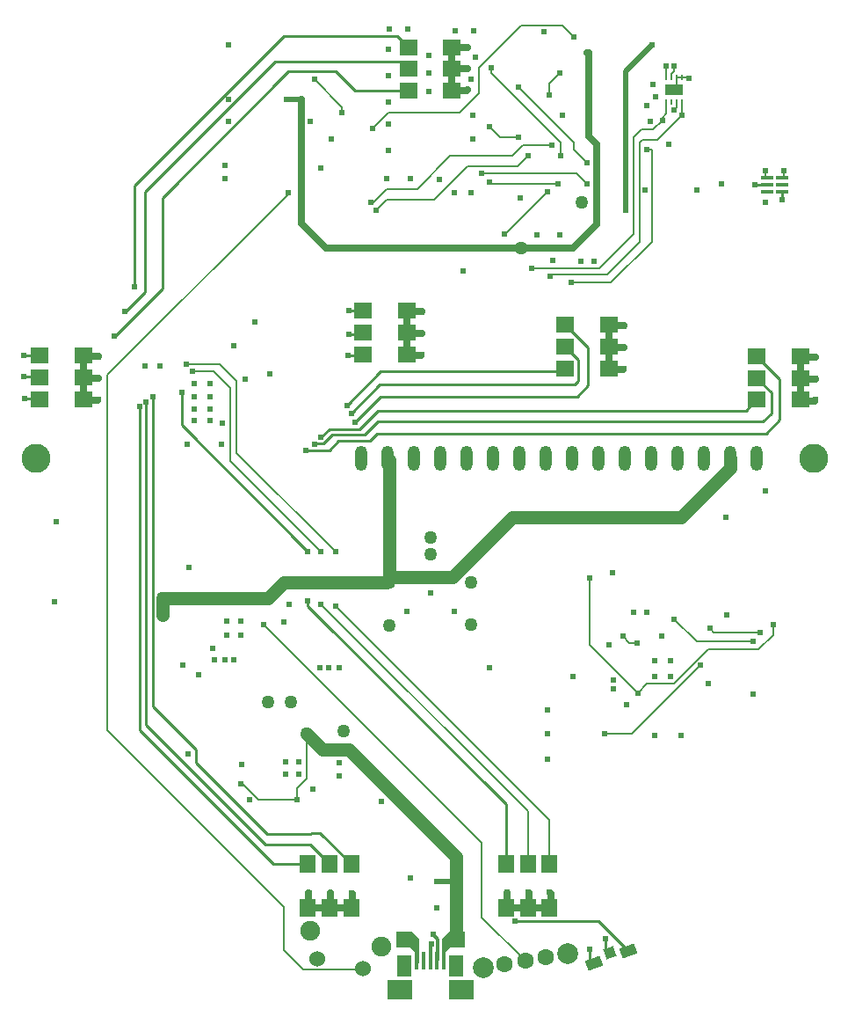
<source format=gbl>
G04 Layer_Physical_Order=4*
G04 Layer_Color=16711680*
%FSLAX24Y24*%
%MOIN*%
G70*
G01*
G75*
%ADD11C,0.0600*%
%ADD51C,0.0100*%
%ADD52C,0.0250*%
%ADD53C,0.0200*%
%ADD55C,0.0060*%
%ADD56C,0.0120*%
%ADD57C,0.0080*%
%ADD58C,0.0098*%
%ADD60C,0.1102*%
%ADD61O,0.0473X0.0945*%
%ADD62C,0.0750*%
%ADD63C,0.0787*%
%ADD64C,0.0630*%
%ADD65C,0.0240*%
%ADD66C,0.0500*%
%ADD82R,0.0630X0.0669*%
%ADD83R,0.0177X0.0669*%
%ADD84R,0.0935X0.0748*%
%ADD85R,0.0581X0.0827*%
G04:AMPARAMS|DCode=86|XSize=39.4mil|YSize=59.1mil|CornerRadius=0mil|HoleSize=0mil|Usage=FLASHONLY|Rotation=290.000|XOffset=0mil|YOffset=0mil|HoleType=Round|Shape=Rectangle|*
%AMROTATEDRECTD86*
4,1,4,-0.0345,0.0084,0.0210,0.0286,0.0345,-0.0084,-0.0210,-0.0286,-0.0345,0.0084,0.0*
%
%ADD86ROTATEDRECTD86*%

%ADD87P,0.0557X4X335.0*%
%ADD88R,0.0472X0.0138*%
G04:AMPARAMS|DCode=89|XSize=47.2mil|YSize=13.8mil|CornerRadius=3.4mil|HoleSize=0mil|Usage=FLASHONLY|Rotation=180.000|XOffset=0mil|YOffset=0mil|HoleType=Round|Shape=RoundedRectangle|*
%AMROUNDEDRECTD89*
21,1,0.0472,0.0069,0,0,180.0*
21,1,0.0404,0.0138,0,0,180.0*
1,1,0.0069,-0.0202,0.0034*
1,1,0.0069,0.0202,0.0034*
1,1,0.0069,0.0202,-0.0034*
1,1,0.0069,-0.0202,-0.0034*
%
%ADD89ROUNDEDRECTD89*%
%ADD90R,0.0669X0.0394*%
%ADD91R,0.0098X0.0216*%
%ADD92R,0.0669X0.0630*%
%ADD93C,0.0500*%
G36*
X32050Y10910D02*
X32040Y10900D01*
X31520D01*
X31340Y10720D01*
Y10300D01*
X31180D01*
Y11230D01*
X31450Y11500D01*
X32050D01*
Y10910D01*
D02*
G37*
G36*
X30320Y11240D02*
Y10310D01*
X30160D01*
Y10730D01*
X29980Y10910D01*
X29460D01*
X29450Y10920D01*
Y11510D01*
X30050D01*
X30320Y11240D01*
D02*
G37*
D11*
X28199Y10089D02*
D03*
X26466Y10457D02*
D03*
D51*
X43050Y39800D02*
X43509D01*
X43050Y39800D02*
X43050Y39800D01*
X44100Y39250D02*
Y39544D01*
X40530Y43870D02*
X40550Y43850D01*
X39700Y44300D02*
X39703Y44297D01*
X36800Y10461D02*
Y10850D01*
Y10461D02*
X36963Y10298D01*
X37400Y10850D02*
Y11250D01*
Y10850D02*
X37550Y10700D01*
X15310Y33320D02*
X15909D01*
X15925Y33337D01*
X15340Y32540D02*
X15895D01*
X15925Y32510D01*
X15350Y31690D02*
X15918D01*
X15925Y31683D01*
X27640Y33350D02*
X28163D01*
X28196Y33383D01*
X27670Y34150D02*
X28136D01*
X28196Y34210D01*
X27650Y35040D02*
X28193D01*
X28196Y35037D01*
X35862Y33678D02*
X36360Y33180D01*
X35862Y34504D02*
X36730Y33637D01*
X43690Y31140D02*
Y31920D01*
X43130Y32480D02*
X43690Y31920D01*
X27590Y31450D02*
X28860Y32720D01*
X35731D01*
X35862Y32851D01*
X27750Y31140D02*
X28840Y32230D01*
X36360Y32370D02*
Y33180D01*
X28840Y32230D02*
X36220D01*
X36360Y32370D01*
X27880Y30810D02*
X28850Y31780D01*
X36320D01*
X36730Y32190D01*
Y33637D01*
X28770Y31250D02*
X42726D01*
X43130Y31654D01*
X28760Y30820D02*
X43370D01*
X43690Y31140D01*
X26920Y30550D02*
X28070D01*
X28770Y31250D01*
X26350Y30000D02*
X26695D01*
X43480Y30370D02*
X44000Y30890D01*
Y32437D01*
X43130Y33307D02*
X44000Y32437D01*
X26695Y30000D02*
X27015Y30320D01*
X28260D01*
X28760Y30820D01*
X26920Y29750D02*
X27270Y30100D01*
X28470D01*
X28740Y30370D01*
X43480D01*
X29490Y45440D02*
X29915Y45015D01*
X25177Y45440D02*
X29490D01*
X19510Y39773D02*
X25177Y45440D01*
X19510Y35940D02*
Y39773D01*
Y35940D02*
X19530Y35920D01*
X19180Y34990D02*
X19930Y35740D01*
X19170Y34990D02*
X19180D01*
X19930Y39543D02*
X24847Y44460D01*
X29643D01*
X29915Y44189D01*
X19930Y35740D02*
Y39543D01*
X27878Y43362D02*
X29915D01*
X27150Y44090D02*
X27878Y43362D01*
X25370Y44090D02*
X27150D01*
X20580Y39300D02*
X25370Y44090D01*
X20580Y35860D02*
Y39300D01*
X18780Y34060D02*
X20580Y35860D01*
X18770Y34060D02*
X18780D01*
X18760Y34070D02*
X18770Y34060D01*
X33950Y11900D02*
X37127D01*
X38258Y10769D01*
X26600Y30230D02*
X26920Y30550D01*
X26020Y29750D02*
X26920D01*
D52*
X29750Y37400D02*
X34200D01*
X26800D02*
X29750D01*
X36750Y42800D02*
Y44800D01*
X25850Y38350D02*
Y39050D01*
Y43050D01*
X36700Y44800D02*
X36750D01*
X37050Y39600D02*
Y41350D01*
X36750Y41650D02*
X37050Y41350D01*
X36750Y41650D02*
Y42800D01*
X36150Y37400D02*
X37050Y38300D01*
Y39600D01*
X25850Y38350D02*
X26800Y37400D01*
X31568Y43362D02*
X32112D01*
X32150Y43400D01*
X31568Y43362D02*
Y44189D01*
Y45015D01*
X32135D01*
X32150Y45000D01*
X31568Y44189D02*
X32139D01*
X32150Y44200D01*
X29850Y34172D02*
X30420D01*
X29850Y34999D02*
X30417D01*
X29850Y34172D02*
Y34999D01*
Y33345D02*
Y34172D01*
Y33345D02*
X30394D01*
X17579Y32472D02*
X18149D01*
X17579Y33298D02*
X18145D01*
X17579Y32472D02*
Y33298D01*
Y31645D02*
Y32472D01*
Y31645D02*
X18122D01*
X37516Y33640D02*
X38086D01*
X37516Y34466D02*
X38082D01*
X37516Y33640D02*
Y34466D01*
Y32813D02*
Y33640D01*
Y32813D02*
X38060D01*
X44783Y32442D02*
X45354D01*
X44783Y33269D02*
X45350D01*
X44783Y32442D02*
Y33269D01*
Y31615D02*
Y32442D01*
Y31615D02*
X45327D01*
X26962Y12399D02*
Y12970D01*
X26135Y12399D02*
Y12966D01*
Y12399D02*
X26962D01*
X27789D01*
Y12943D01*
X34480Y12405D02*
Y12975D01*
X33653Y12405D02*
Y12971D01*
Y12405D02*
X34480D01*
X35307D01*
Y12948D01*
X34200Y37400D02*
X36150D01*
D53*
X25300Y43050D02*
X25850D01*
X31000Y13400D02*
X31880D01*
X38150Y38850D02*
Y44100D01*
X39150Y45100D01*
D55*
X28600Y39150D02*
X29100Y39650D01*
X28500Y39150D02*
X28600D01*
X28650Y38900D02*
X28750D01*
X29100Y39250D01*
X30900D01*
X38050Y22700D02*
X38300Y22450D01*
X38600D01*
X33000Y39850D02*
X35600D01*
X34187Y45850D02*
X35750D01*
X32579Y44242D02*
X34187Y45850D01*
X32579Y43268D02*
Y44242D01*
X31861Y42550D02*
X32579Y43268D01*
X29150Y42550D02*
X31861D01*
X33050Y44050D02*
X35700Y41400D01*
X33050Y44050D02*
Y44250D01*
X33850Y40900D02*
X34250Y41300D01*
X35350D01*
X33000Y42000D02*
X33400Y41600D01*
X34100D01*
X35700Y40900D02*
Y41400D01*
X34100Y43500D02*
X36200Y41400D01*
X35250Y43200D02*
Y43650D01*
X35650Y44050D01*
X28550Y41950D02*
X29150Y42550D01*
X35750Y45850D02*
X36200Y45400D01*
X26350Y43800D02*
X27400Y42750D01*
Y42550D02*
Y42750D01*
X34050Y40500D02*
X34450Y40900D01*
X33000Y39850D02*
Y39900D01*
X32700Y40250D02*
X36300D01*
X36200Y41150D02*
Y41400D01*
Y41150D02*
X36700Y40650D01*
X36300Y40250D02*
X36700Y39850D01*
X40294Y42945D02*
X40300Y42938D01*
X43450Y40115D02*
Y40350D01*
Y40115D02*
X43509Y40056D01*
X44150Y40106D02*
Y40350D01*
X44100Y40056D02*
X44150Y40106D01*
X39703Y42503D02*
Y42945D01*
X39550Y42350D02*
X39703Y42503D01*
X39550Y42250D02*
Y42350D01*
X40300Y42450D02*
Y42938D01*
X40000Y42650D02*
X40097Y42747D01*
Y42945D01*
Y43870D02*
X40294D01*
X40530D01*
X39900D02*
Y44000D01*
X39703Y43870D02*
Y44297D01*
X41500Y22850D02*
X43250D01*
X41350Y23000D02*
X41500Y22850D01*
X40000Y23350D02*
X40850Y22500D01*
X43000D01*
X33600Y37950D02*
X35200Y39550D01*
X33550Y37950D02*
X33600D01*
X36100Y36100D02*
X37600D01*
X35300Y36350D02*
X35350Y36400D01*
X37450D01*
X38800Y41500D02*
X39350D01*
X40300Y42450D01*
X34600Y36650D02*
X37150D01*
X38750Y41900D02*
X39200D01*
X39550Y42250D01*
X36800Y22374D02*
X38624Y20551D01*
X36800Y22374D02*
Y24900D01*
X43750Y22750D02*
Y23150D01*
X38624Y20551D02*
X38973Y20900D01*
X43200Y22200D02*
X43750Y22750D01*
X38973Y20900D02*
X40000D01*
X41300Y22200D02*
X43200D01*
X40000Y20900D02*
X41300Y22200D01*
X38400Y19000D02*
X41000Y21600D01*
X37350Y19000D02*
X38400D01*
X28199Y10067D02*
Y10089D01*
X18500Y32600D02*
X25350Y39450D01*
Y39500D01*
X25933Y10067D02*
X28199D01*
X18500Y19150D02*
Y32600D01*
X37600Y36100D02*
X39150Y37650D01*
X38950Y41150D02*
X39150D01*
X37450Y36400D02*
X38700Y37650D01*
X37150Y36650D02*
X38450Y37950D01*
Y41600D01*
X38750Y41900D01*
X31500Y40900D02*
X33850D01*
X29100Y39650D02*
X30250D01*
X31500Y40900D01*
X30900Y39250D02*
X32150Y40500D01*
X34050D01*
X38700Y37650D02*
Y39503D01*
X38690Y39513D02*
X38700Y39503D01*
X38690Y39513D02*
Y41390D01*
X38800Y41500D01*
X40097Y43506D02*
Y43870D01*
X39998Y43407D02*
X40097Y43506D01*
X39900Y44000D02*
X40000Y44100D01*
Y44300D01*
X39150Y37650D02*
Y41150D01*
X25200Y10800D02*
X25933Y10067D01*
X25200Y10800D02*
Y12450D01*
X18500Y19150D02*
X25200Y12450D01*
D56*
X30750Y10402D02*
Y11000D01*
X31006Y10402D02*
X31040Y10437D01*
Y11210D01*
X30750Y11000D02*
X30800Y11050D01*
X30850Y11400D02*
X31040Y11210D01*
D57*
X26050Y17300D02*
Y19000D01*
X25700Y16950D02*
X26050Y17300D01*
X25700Y16500D02*
Y16950D01*
X24211Y16500D02*
X25700D01*
X23611Y17100D02*
X24211Y16500D01*
X23550Y17100D02*
X23611D01*
X21790Y33000D02*
X21800Y32990D01*
X21790Y33000D02*
X22760D01*
X21500Y32990D02*
X21800D01*
X32700Y12050D02*
X34350Y10400D01*
X32700Y12050D02*
Y14860D01*
X24430Y23130D02*
X32700Y14860D01*
X21740Y32720D02*
X22540D01*
X26600Y23900D02*
X34442Y16058D01*
Y14058D02*
Y16058D01*
X27150Y23850D02*
X35269Y15731D01*
Y14058D02*
Y15731D01*
X23400Y29650D02*
X27150Y25900D01*
X23400Y29650D02*
Y32360D01*
X22760Y33000D02*
X23400Y32360D01*
X23150Y29350D02*
X26600Y25900D01*
X23150Y29350D02*
Y32110D01*
X22540Y32720D02*
X23150Y32110D01*
D58*
X20210Y20040D02*
Y31770D01*
Y20040D02*
X21850Y18400D01*
Y17900D02*
Y18400D01*
Y17900D02*
X24550Y15200D01*
X26200D01*
X26250Y15250D01*
X26553D01*
X27750Y14053D01*
X19970Y19330D02*
X24500Y14800D01*
X26176D01*
X26924Y14053D01*
X19710Y19130D02*
X24787Y14053D01*
X19710Y19130D02*
Y31400D01*
X21311Y31931D02*
X21330Y31950D01*
X26100Y23850D02*
Y24050D01*
Y23850D02*
X33615Y16335D01*
Y14058D02*
Y16335D01*
X21311Y30689D02*
X26100Y25900D01*
X21311Y30689D02*
Y31931D01*
X24787Y14053D02*
X26097D01*
X26924D02*
X26970Y14099D01*
X19970Y19330D02*
Y31570D01*
D60*
X15786Y29451D02*
D03*
X45283D02*
D03*
D61*
X28133D02*
D03*
X29133D02*
D03*
X30133D02*
D03*
X31133D02*
D03*
X32133D02*
D03*
X33133D02*
D03*
X34133D02*
D03*
X35133D02*
D03*
X36133D02*
D03*
X37133D02*
D03*
X38133D02*
D03*
X39133D02*
D03*
X40133D02*
D03*
X41133D02*
D03*
X42133D02*
D03*
X43133D02*
D03*
D62*
X28885Y10949D02*
D03*
X26189Y11522D02*
D03*
D63*
X35944Y10653D02*
D03*
X32756Y10147D02*
D03*
D64*
X34350Y10400D02*
D03*
X35128Y10523D02*
D03*
X33572Y10277D02*
D03*
D65*
X32000Y36550D02*
D03*
X29750Y37400D02*
D03*
X28900Y16450D02*
D03*
X30000Y13550D02*
D03*
X31700Y14300D02*
D03*
X42000Y23500D02*
D03*
X43000Y20500D02*
D03*
X33000Y21500D02*
D03*
X16550Y27050D02*
D03*
X16500Y24000D02*
D03*
X25256Y17926D02*
D03*
X25756D02*
D03*
Y17476D02*
D03*
X25256D02*
D03*
X23016Y23272D02*
D03*
X23566D02*
D03*
X23016Y22722D02*
D03*
X23566D02*
D03*
X21799Y30861D02*
D03*
X22399D02*
D03*
Y31311D02*
D03*
X21799D02*
D03*
Y31761D02*
D03*
X22399D02*
D03*
Y32261D02*
D03*
X21799D02*
D03*
X39245Y21175D02*
D03*
X39845D02*
D03*
Y21775D02*
D03*
X39245D02*
D03*
X28500Y39150D02*
D03*
X28700Y38850D02*
D03*
X41300Y20900D02*
D03*
X38200Y20100D02*
D03*
X38624Y20551D02*
D03*
X37700Y20700D02*
D03*
Y21050D02*
D03*
X38050Y22700D02*
D03*
X38600Y22450D02*
D03*
X37520Y22380D02*
D03*
X36170Y21180D02*
D03*
X40250Y18950D02*
D03*
X39250D02*
D03*
X21550Y18250D02*
D03*
X31000Y13400D02*
D03*
Y12400D02*
D03*
X26300Y16900D02*
D03*
X25700Y16500D02*
D03*
X27300Y17900D02*
D03*
X23600Y17850D02*
D03*
X23900Y16500D02*
D03*
X23550Y17100D02*
D03*
X31650Y23650D02*
D03*
X29850D02*
D03*
X26550Y21500D02*
D03*
X27300D02*
D03*
X26900D02*
D03*
X21600Y25300D02*
D03*
X21350Y21600D02*
D03*
X21950Y21250D02*
D03*
X22500Y22250D02*
D03*
X22550Y21800D02*
D03*
X23300D02*
D03*
X25200Y23250D02*
D03*
X24430Y23130D02*
D03*
X35400Y36950D02*
D03*
X35350Y41300D02*
D03*
X34450Y40900D02*
D03*
X33000Y42000D02*
D03*
X34100Y41600D02*
D03*
Y43500D02*
D03*
X35250Y43200D02*
D03*
X35700Y40900D02*
D03*
X33050Y44250D02*
D03*
X35650Y44050D02*
D03*
X28550Y41950D02*
D03*
X36200Y45400D02*
D03*
X26350Y43800D02*
D03*
X27400Y42550D02*
D03*
X32700Y40250D02*
D03*
X33000Y39900D02*
D03*
X35600Y39850D02*
D03*
X36700Y44800D02*
D03*
X37050Y39600D02*
D03*
X25850Y39050D02*
D03*
X25300Y43050D02*
D03*
X26200Y42200D02*
D03*
X26600Y40450D02*
D03*
X27000Y41550D02*
D03*
X22950Y40050D02*
D03*
Y40550D02*
D03*
X23100Y45100D02*
D03*
Y42200D02*
D03*
Y43038D02*
D03*
X36700Y40650D02*
D03*
Y39850D02*
D03*
X36750Y41650D02*
D03*
Y42800D02*
D03*
X41950Y27200D02*
D03*
X43450Y28200D02*
D03*
X36950Y36900D02*
D03*
X36450D02*
D03*
X39150Y45100D02*
D03*
X38950Y42800D02*
D03*
X43450Y40350D02*
D03*
X44150D02*
D03*
X43050Y39800D02*
D03*
X44100Y39250D02*
D03*
X43450Y39150D02*
D03*
X40850Y39600D02*
D03*
X41800Y39850D02*
D03*
X39100Y42200D02*
D03*
X39800Y41350D02*
D03*
X39550Y42250D02*
D03*
X40300Y42450D02*
D03*
X39200Y43600D02*
D03*
X40000Y42650D02*
D03*
X40550Y43850D02*
D03*
X39700Y44300D02*
D03*
X39300Y43150D02*
D03*
X40250Y27200D02*
D03*
X35200Y19900D02*
D03*
Y19000D02*
D03*
Y18050D02*
D03*
X39512Y22718D02*
D03*
X43750Y23150D02*
D03*
X43000Y22500D02*
D03*
X43250Y22850D02*
D03*
X41350Y23000D02*
D03*
X40000Y23350D02*
D03*
X35200Y39550D02*
D03*
X33550Y37950D02*
D03*
X32150Y43400D02*
D03*
Y45000D02*
D03*
Y44200D02*
D03*
X30432Y34183D02*
D03*
Y34983D02*
D03*
Y33383D02*
D03*
X18161Y32483D02*
D03*
Y33283D02*
D03*
Y31683D02*
D03*
X38098Y33651D02*
D03*
Y34451D02*
D03*
Y32851D02*
D03*
X45365Y32454D02*
D03*
Y33254D02*
D03*
Y31654D02*
D03*
X26951Y12981D02*
D03*
X26151D02*
D03*
X27750D02*
D03*
X34469Y12987D02*
D03*
X33669D02*
D03*
X35269D02*
D03*
X34800Y37900D02*
D03*
X38950Y41150D02*
D03*
X36800Y10850D02*
D03*
X37400Y11250D02*
D03*
X15310Y33320D02*
D03*
X15340Y32540D02*
D03*
X15350Y31690D02*
D03*
X27640Y33350D02*
D03*
X27670Y34150D02*
D03*
X27650Y35040D02*
D03*
X27590Y31450D02*
D03*
X27750Y31140D02*
D03*
X27880Y30810D02*
D03*
X26020Y29750D02*
D03*
X19530Y35920D02*
D03*
X22950Y21800D02*
D03*
X21500Y32990D02*
D03*
X21330Y31950D02*
D03*
X20210Y31770D02*
D03*
X19970Y31570D02*
D03*
X19710Y31400D02*
D03*
X19170Y34990D02*
D03*
X18760Y34070D02*
D03*
X22840Y29970D02*
D03*
X22850Y30760D02*
D03*
X23720Y32450D02*
D03*
X20490Y32920D02*
D03*
X19930Y32940D02*
D03*
X21540Y29970D02*
D03*
X23300Y33700D02*
D03*
X24100Y34600D02*
D03*
X24650Y32650D02*
D03*
X35650Y37900D02*
D03*
X36100Y36100D02*
D03*
X35300Y36350D02*
D03*
X34600Y36650D02*
D03*
X27300Y17400D02*
D03*
X33950Y11900D02*
D03*
X37650Y25100D02*
D03*
X36800Y24900D02*
D03*
X38450Y23600D02*
D03*
X38950D02*
D03*
X41000Y21600D02*
D03*
X37350Y19000D02*
D03*
X25400Y23900D02*
D03*
X25350Y39500D02*
D03*
X26600Y30230D02*
D03*
X26350Y29980D02*
D03*
X38150Y38850D02*
D03*
X21740Y32720D02*
D03*
X26600Y25900D02*
D03*
Y23900D02*
D03*
X26100Y24050D02*
D03*
Y25900D02*
D03*
X27150D02*
D03*
Y23850D02*
D03*
X34150Y39300D02*
D03*
X29100Y40050D02*
D03*
X30000D02*
D03*
X29150Y41100D02*
D03*
X31650Y39500D02*
D03*
X32300D02*
D03*
X32350Y41550D02*
D03*
Y42450D02*
D03*
X29150Y42100D02*
D03*
Y42950D02*
D03*
Y43950D02*
D03*
Y44950D02*
D03*
X32450Y44650D02*
D03*
X32300Y43800D02*
D03*
X30700Y44050D02*
D03*
Y44700D02*
D03*
Y43350D02*
D03*
X32400Y45650D02*
D03*
X31700D02*
D03*
X29900Y45700D02*
D03*
X29200D02*
D03*
X31100Y40000D02*
D03*
X35050Y45600D02*
D03*
X35750Y42450D02*
D03*
X30750Y24350D02*
D03*
X40000Y44300D02*
D03*
X38900Y39600D02*
D03*
X30800Y11050D02*
D03*
X30850Y11400D02*
D03*
D66*
X32300Y23150D02*
D03*
X36500Y39150D02*
D03*
X26050Y19000D02*
D03*
X24600Y20200D02*
D03*
X25450D02*
D03*
X34200Y37400D02*
D03*
X29750Y11210D02*
D03*
X27450Y19100D02*
D03*
X20600Y23500D02*
D03*
Y24150D02*
D03*
X30750Y25800D02*
D03*
Y26450D02*
D03*
X32300Y24750D02*
D03*
X29200Y23100D02*
D03*
Y24750D02*
D03*
X31730Y11180D02*
D03*
D82*
X27750Y12399D02*
D03*
X26924D02*
D03*
X26097D02*
D03*
Y14053D02*
D03*
X26924D02*
D03*
X27750D02*
D03*
X35269Y14058D02*
D03*
X34442D02*
D03*
X33615D02*
D03*
Y12405D02*
D03*
X34442D02*
D03*
X35269D02*
D03*
D83*
X31262Y10402D02*
D03*
X30238D02*
D03*
X31006D02*
D03*
X30750D02*
D03*
X30494D02*
D03*
D84*
X29589Y9300D02*
D03*
X31911D02*
D03*
D85*
X29766Y10206D02*
D03*
X31734D02*
D03*
D86*
X38258Y10769D02*
D03*
X36963Y10298D02*
D03*
D87*
X37550Y10700D02*
D03*
D88*
X44100Y40056D02*
D03*
D89*
Y39800D02*
D03*
Y39544D02*
D03*
X43509D02*
D03*
Y39800D02*
D03*
Y40056D02*
D03*
D90*
X39998Y43407D02*
D03*
D91*
X40294Y43870D02*
D03*
X40097D02*
D03*
X39900D02*
D03*
X39703D02*
D03*
Y42945D02*
D03*
X39900D02*
D03*
X40097D02*
D03*
X40294D02*
D03*
D92*
X28196Y35037D02*
D03*
Y34210D02*
D03*
Y33383D02*
D03*
X29850D02*
D03*
Y34210D02*
D03*
Y35037D02*
D03*
X37516Y34504D02*
D03*
Y33678D02*
D03*
Y32851D02*
D03*
X35862D02*
D03*
Y33678D02*
D03*
Y34504D02*
D03*
X43130Y33307D02*
D03*
Y32480D02*
D03*
Y31654D02*
D03*
X44783D02*
D03*
Y32480D02*
D03*
Y33307D02*
D03*
X17579Y33337D02*
D03*
Y32510D02*
D03*
Y31683D02*
D03*
X15925D02*
D03*
Y32510D02*
D03*
Y33337D02*
D03*
X29915Y45015D02*
D03*
Y44189D02*
D03*
Y43362D02*
D03*
X31568D02*
D03*
Y44189D02*
D03*
Y45015D02*
D03*
D93*
X27650Y18400D02*
X31725Y14325D01*
X26650Y18400D02*
X27650D01*
X26050Y19000D02*
X26650Y18400D01*
X20600Y24150D02*
X24600D01*
X20600Y23500D02*
Y24150D01*
X29100Y24750D02*
X29200Y24850D01*
X24600Y24150D02*
X25200Y24750D01*
X29100D01*
X31600Y24950D02*
X33850Y27200D01*
X40250D01*
X42133Y29083D01*
Y29451D01*
X29133D02*
X29200Y29383D01*
Y24950D02*
Y29383D01*
Y24850D02*
Y24950D01*
X31600D01*
X31730Y11180D02*
Y14300D01*
M02*

</source>
